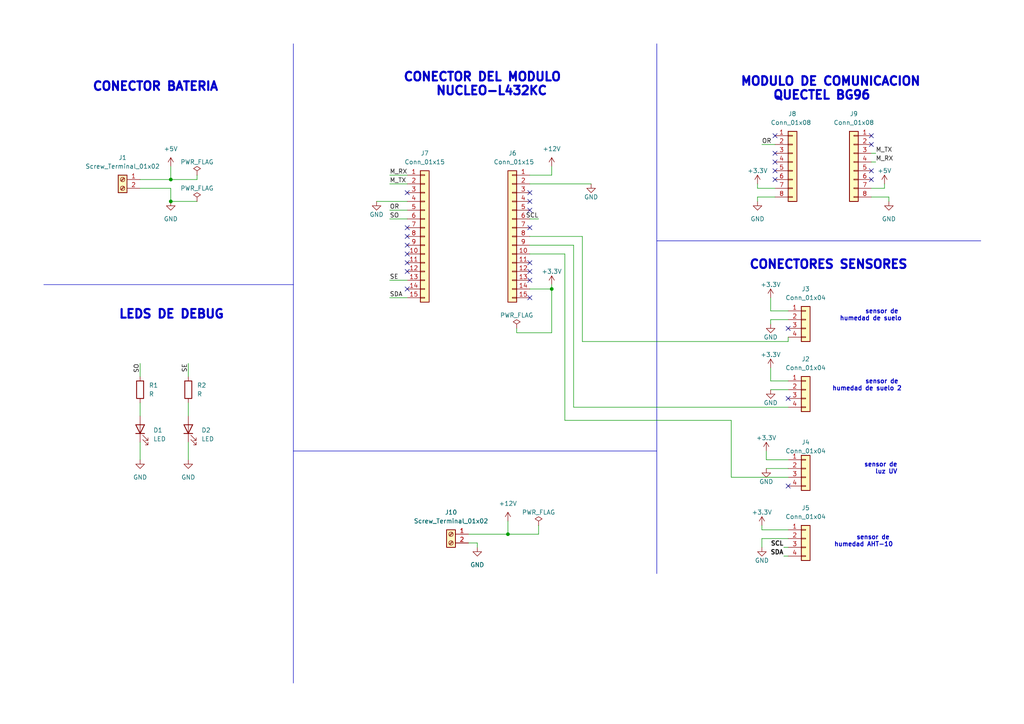
<source format=kicad_sch>
(kicad_sch (version 20230121) (generator eeschema)
  (paper "A4")
  (title_block (title "BOARD_PF_CESE") (date "2023-02-10") (comment 1 "Repositorio: https://github.com/mario739/Hardware_PF_CESE") (comment 2 "Revision:") (comment 3 "Autor:Ing. Mario Fernando Aguilar Montoya"))
  (lib_symbols
    (symbol "Connector:Screw_Terminal_01x02" (pin_names (offset 1.016) hide)
      (property "Reference" "J" (at 0 2.54 0))
      (property "Value" "Screw_Terminal_01x02" (at 0 -5.08 0))
      (symbol "Screw_Terminal_01x02_1_1"
        (rectangle (start -1.27 1.27) (end 1.27 -3.81) (stroke (width 0.254)) (fill (type background)))
        (circle (center 0 -2.54) (radius 0.635) (stroke (width 0.1524)))
        (polyline (pts (xy -0.5334 -2.2098) (xy 0.3302 -3.048)) (stroke (width 0.1524)))
        (polyline (pts (xy -0.5334 0.3302) (xy 0.3302 -0.508)) (stroke (width 0.1524)))
        (polyline (pts (xy -0.3556 -2.032) (xy 0.508 -2.8702)) (stroke (width 0.1524)))
        (polyline (pts (xy -0.3556 0.508) (xy 0.508 -0.3302)) (stroke (width 0.1524)))
        (circle (center 0 0) (radius 0.635) (stroke (width 0.1524)))
        (pin passive line (at -5.08 0 0) (length 3.81) (name "Pin_1") (number "1"))
        (pin passive line (at -5.08 -2.54 0) (length 3.81) (name "Pin_2") (number "2"))
      )
    )
    (symbol "Connector_Generic:Conn_01x04" (pin_names (offset 1.016) hide)
      (property "Reference" "J" (at 0 5.08 0))
      (property "Value" "Conn_01x04" (at 0 -7.62 0))
      (symbol "Conn_01x04_1_1"
        (rectangle (start -1.27 -4.953) (end 0 -5.207) (stroke (width 0.1524)))
        (rectangle (start -1.27 -2.413) (end 0 -2.667) (stroke (width 0.1524)))
        (rectangle (start -1.27 0.127) (end 0 -0.127) (stroke (width 0.1524)))
        (rectangle (start -1.27 2.667) (end 0 2.413) (stroke (width 0.1524)))
        (rectangle (start -1.27 3.81) (end 1.27 -6.35) (stroke (width 0.254)) (fill (type background)))
        (pin passive line (at -5.08 2.54 0) (length 3.81) (name "Pin_1") (number "1"))
        (pin passive line (at -5.08 0 0) (length 3.81) (name "Pin_2") (number "2"))
        (pin passive line (at -5.08 -2.54 0) (length 3.81) (name "Pin_3") (number "3"))
        (pin passive line (at -5.08 -5.08 0) (length 3.81) (name "Pin_4") (number "4"))
      )
    )
    (symbol "Connector_Generic:Conn_01x08" (pin_names (offset 1.016) hide)
      (property "Reference" "J" (at 0 10.16 0))
      (property "Value" "Conn_01x08" (at 0 -12.7 0))
      (symbol "Conn_01x08_1_1"
        (rectangle (start -1.27 -10.033) (end 0 -10.287) (stroke (width 0.1524)))
        (rectangle (start -1.27 -7.493) (end 0 -7.747) (stroke (width 0.1524)))
        (rectangle (start -1.27 -4.953) (end 0 -5.207) (stroke (width 0.1524)))
        (rectangle (start -1.27 -2.413) (end 0 -2.667) (stroke (width 0.1524)))
        (rectangle (start -1.27 0.127) (end 0 -0.127) (stroke (width 0.1524)))
        (rectangle (start -1.27 2.667) (end 0 2.413) (stroke (width 0.1524)))
        (rectangle (start -1.27 5.207) (end 0 4.953) (stroke (width 0.1524)))
        (rectangle (start -1.27 7.747) (end 0 7.493) (stroke (width 0.1524)))
        (rectangle (start -1.27 8.89) (end 1.27 -11.43) (stroke (width 0.254)) (fill (type background)))
        (pin passive line (at -5.08 7.62 0) (length 3.81) (name "Pin_1") (number "1"))
        (pin passive line (at -5.08 5.08 0) (length 3.81) (name "Pin_2") (number "2"))
        (pin passive line (at -5.08 2.54 0) (length 3.81) (name "Pin_3") (number "3"))
        (pin passive line (at -5.08 0 0) (length 3.81) (name "Pin_4") (number "4"))
        (pin passive line (at -5.08 -2.54 0) (length 3.81) (name "Pin_5") (number "5"))
        (pin passive line (at -5.08 -5.08 0) (length 3.81) (name "Pin_6") (number "6"))
        (pin passive line (at -5.08 -7.62 0) (length 3.81) (name "Pin_7") (number "7"))
        (pin passive line (at -5.08 -10.16 0) (length 3.81) (name "Pin_8") (number "8"))
      )
    )
    (symbol "Connector_Generic:Conn_01x15" (pin_names (offset 1.016) hide)
      (property "Reference" "J" (at 0 20.32 0))
      (property "Value" "Conn_01x15" (at 0 -20.32 0))
      (symbol "Conn_01x15_1_1"
        (rectangle (start -1.27 -17.653) (end 0 -17.907) (stroke (width 0.1524)))
        (rectangle (start -1.27 -15.113) (end 0 -15.367) (stroke (width 0.1524)))
        (rectangle (start -1.27 -12.573) (end 0 -12.827) (stroke (width 0.1524)))
        (rectangle (start -1.27 -10.033) (end 0 -10.287) (stroke (width 0.1524)))
        (rectangle (start -1.27 -7.493) (end 0 -7.747) (stroke (width 0.1524)))
        (rectangle (start -1.27 -4.953) (end 0 -5.207) (stroke (width 0.1524)))
        (rectangle (start -1.27 -2.413) (end 0 -2.667) (stroke (width 0.1524)))
        (rectangle (start -1.27 0.127) (end 0 -0.127) (stroke (width 0.1524)))
        (rectangle (start -1.27 2.667) (end 0 2.413) (stroke (width 0.1524)))
        (rectangle (start -1.27 5.207) (end 0 4.953) (stroke (width 0.1524)))
        (rectangle (start -1.27 7.747) (end 0 7.493) (stroke (width 0.1524)))
        (rectangle (start -1.27 10.287) (end 0 10.033) (stroke (width 0.1524)))
        (rectangle (start -1.27 12.827) (end 0 12.573) (stroke (width 0.1524)))
        (rectangle (start -1.27 15.367) (end 0 15.113) (stroke (width 0.1524)))
        (rectangle (start -1.27 17.907) (end 0 17.653) (stroke (width 0.1524)))
        (rectangle (start -1.27 19.05) (end 1.27 -19.05) (stroke (width 0.254)) (fill (type background)))
        (pin passive line (at -5.08 17.78 0) (length 3.81) (name "Pin_1") (number "1"))
        (pin passive line (at -5.08 -5.08 0) (length 3.81) (name "Pin_10") (number "10"))
        (pin passive line (at -5.08 -7.62 0) (length 3.81) (name "Pin_11") (number "11"))
        (pin passive line (at -5.08 -10.16 0) (length 3.81) (name "Pin_12") (number "12"))
        (pin passive line (at -5.08 -12.7 0) (length 3.81) (name "Pin_13") (number "13"))
        (pin passive line (at -5.08 -15.24 0) (length 3.81) (name "Pin_14") (number "14"))
        (pin passive line (at -5.08 -17.78 0) (length 3.81) (name "Pin_15") (number "15"))
        (pin passive line (at -5.08 15.24 0) (length 3.81) (name "Pin_2") (number "2"))
        (pin passive line (at -5.08 12.7 0) (length 3.81) (name "Pin_3") (number "3"))
        (pin passive line (at -5.08 10.16 0) (length 3.81) (name "Pin_4") (number "4"))
        (pin passive line (at -5.08 7.62 0) (length 3.81) (name "Pin_5") (number "5"))
        (pin passive line (at -5.08 5.08 0) (length 3.81) (name "Pin_6") (number "6"))
        (pin passive line (at -5.08 2.54 0) (length 3.81) (name "Pin_7") (number "7"))
        (pin passive line (at -5.08 0 0) (length 3.81) (name "Pin_8") (number "8"))
        (pin passive line (at -5.08 -2.54 0) (length 3.81) (name "Pin_9") (number "9"))
      )
    )
    (symbol "Device:LED" (pin_numbers hide) (pin_names (offset 1.016) hide)
      (property "Reference" "D" (at 0 2.54 0))
      (property "Value" "LED" (at 0 -2.54 0))
      (symbol "LED_0_1"
        (polyline (pts (xy -1.27 -1.27) (xy -1.27 1.27)) (stroke (width 0.254)))
        (polyline (pts (xy -1.27 0) (xy 1.27 0)))
        (polyline (pts (xy 1.27 -1.27) (xy 1.27 1.27) (xy -1.27 0) (xy 1.27 -1.27)) (stroke (width 0.254)))
        (polyline (pts (xy -3.048 -0.762) (xy -4.572 -2.286) (xy -3.81 -2.286) (xy -4.572 -2.286) (xy -4.572 -1.524)))
        (polyline (pts (xy -1.778 -0.762) (xy -3.302 -2.286) (xy -2.54 -2.286) (xy -3.302 -2.286) (xy -3.302 -1.524)))
      )
      (symbol "LED_1_1"
        (pin passive line (at -3.81 0 0) (length 2.54) (name "K") (number "1"))
        (pin passive line (at 3.81 0 180) (length 2.54) (name "A") (number "2"))
      )
    )
    (symbol "Device:R" (pin_numbers hide) (pin_names (offset 0))
      (property "Reference" "R" (at 2.032 0 90))
      (property "Value" "R" (at 0 0 90))
      (symbol "R_0_1"
        (rectangle (start -1.016 -2.54) (end 1.016 2.54) (stroke (width 0.254)))
      )
      (symbol "R_1_1"
        (pin passive line (at 0 3.81 270) (length 1.27) (name "~") (number "1"))
        (pin passive line (at 0 -3.81 90) (length 1.27) (name "~") (number "2"))
      )
    )
    (symbol "power:+12V" (power) (pin_names (offset 0))
      (property "Value" "+12V" (at 0 3.556 0))
      (symbol "+12V_0_1"
        (polyline (pts (xy -0.762 1.27) (xy 0 2.54)))
        (polyline (pts (xy 0 0) (xy 0 2.54)))
        (polyline (pts (xy 0 2.54) (xy 0.762 1.27)))
      )
      (symbol "+12V_1_1"
        (pin power_in line (at 0 0 90) (length 0) hide (name "+12V") (number "1"))
      )
    )
    (symbol "power:+3.3V" (power) (pin_names (offset 0))
      (property "Value" "+3.3V" (at 0 3.556 0))
      (symbol "+3.3V_0_1"
        (polyline (pts (xy -0.762 1.27) (xy 0 2.54)))
        (polyline (pts (xy 0 0) (xy 0 2.54)))
        (polyline (pts (xy 0 2.54) (xy 0.762 1.27)))
      )
      (symbol "+3.3V_1_1"
        (pin power_in line (at 0 0 90) (length 0) hide (name "+3.3V") (number "1"))
      )
    )
    (symbol "power:+5V" (power) (pin_names (offset 0))
      (property "Value" "+5V" (at 0 3.556 0))
      (symbol "+5V_0_1"
        (polyline (pts (xy -0.762 1.27) (xy 0 2.54)))
        (polyline (pts (xy 0 0) (xy 0 2.54)))
        (polyline (pts (xy 0 2.54) (xy 0.762 1.27)))
      )
      (symbol "+5V_1_1"
        (pin power_in line (at 0 0 90) (length 0) hide (name "+5V") (number "1"))
      )
    )
    (symbol "power:GND" (power) (pin_names (offset 0))
      (property "Value" "GND" (at 0 -3.81 0))
      (symbol "GND_0_1"
        (polyline (pts (xy 0 0) (xy 0 -1.27) (xy 1.27 -1.27) (xy 0 -2.54) (xy -1.27 -1.27) (xy 0 -1.27)))
      )
      (symbol "GND_1_1"
        (pin power_in line (at 0 0 270) (length 0) hide (name "GND") (number "1"))
      )
    )
    (symbol "power:PWR_FLAG" (power) (pin_numbers hide) (pin_names (offset 0) hide)
      (property "Value" "PWR_FLAG" (at 0 3.81 0))
      (symbol "PWR_FLAG_0_0"
        (pin power_out line (at 0 0 90) (length 0) (name "pwr") (number "1"))
      )
      (symbol "PWR_FLAG_0_1"
        (polyline (pts (xy 0 0) (xy 0 1.27) (xy -1.016 1.905) (xy 0 2.54) (xy 1.016 1.905) (xy 0 1.27)))
      )
    )
  )
  (junction (at 160.02 83.82))
  (junction (at 147.32 154.94))
  (junction (at 49.53 52.07))
  (junction (at 49.53 58.42))
  (no_connect (at 252.73 49.53))
  (no_connect (at 228.6 95.25))
  (no_connect (at 228.6 115.57))
  (no_connect (at 153.67 76.2))
  (no_connect (at 252.73 41.91))
  (no_connect (at 153.67 78.74))
  (no_connect (at 118.11 83.82))
  (no_connect (at 252.73 39.37))
  (no_connect (at 153.67 66.04))
  (no_connect (at 153.67 81.28))
  (no_connect (at 118.11 76.2))
  (no_connect (at 118.11 68.58))
  (no_connect (at 228.6 140.97))
  (no_connect (at 252.73 52.07))
  (no_connect (at 224.79 49.53))
  (no_connect (at 224.79 46.99))
  (no_connect (at 153.67 86.36))
  (no_connect (at 118.11 73.66))
  (no_connect (at 118.11 78.74))
  (no_connect (at 224.79 39.37))
  (no_connect (at 118.11 55.88))
  (no_connect (at 153.67 58.42))
  (no_connect (at 224.79 52.07))
  (no_connect (at 153.67 60.96))
  (no_connect (at 153.67 55.88))
  (no_connect (at 224.79 44.45))
  (no_connect (at 118.11 66.04))
  (no_connect (at 118.11 71.12))
  (wire (pts (xy 113.03 86.36) (xy 118.11 86.36)))
  (polyline (pts (xy 190.5 69.85) (xy 190.5 166.37)))
  (wire (pts (xy 212.09 121.92) (xy 163.83 121.92)))
  (wire (pts (xy 49.53 48.26) (xy 49.53 52.07)))
  (wire (pts (xy 163.83 73.66) (xy 163.83 121.92)))
  (wire (pts (xy 113.03 60.96) (xy 118.11 60.96)))
  (wire (pts (xy 228.6 133.35) (xy 222.25 133.35)))
  (wire (pts (xy 156.21 154.94) (xy 147.32 154.94)))
  (wire (pts (xy 219.71 54.61) (xy 219.71 53.34)))
  (wire (pts (xy 153.67 50.8) (xy 160.02 50.8)))
  (polyline (pts (xy 12.7 82.55) (xy 85.09 82.55)))
  (wire (pts (xy 257.81 57.15) (xy 257.81 58.42)))
  (wire (pts (xy 222.25 133.35) (xy 222.25 130.81)))
  (wire (pts (xy 228.6 99.06) (xy 228.6 97.79)))
  (wire (pts (xy 220.98 41.91) (xy 224.79 41.91)))
  (wire (pts (xy 40.64 54.61) (xy 49.53 54.61)))
  (wire (pts (xy 135.89 157.48) (xy 138.43 157.48)))
  (wire (pts (xy 212.09 138.43) (xy 212.09 121.92)))
  (wire (pts (xy 227.33 161.29) (xy 228.6 161.29)))
  (wire (pts (xy 228.6 118.11) (xy 166.37 118.11)))
  (wire (pts (xy 166.37 71.12) (xy 153.67 71.12)))
  (wire (pts (xy 223.52 92.71) (xy 223.52 93.98)))
  (wire (pts (xy 168.91 68.58) (xy 153.67 68.58)))
  (wire (pts (xy 254 44.45) (xy 252.73 44.45)))
  (polyline (pts (xy 190.5 69.85) (xy 284.48 69.85)))
  (wire (pts (xy 163.83 73.66) (xy 153.67 73.66)))
  (wire (pts (xy 168.91 99.06) (xy 168.91 68.58)))
  (wire (pts (xy 49.53 54.61) (xy 49.53 58.42)))
  (wire (pts (xy 57.15 52.07) (xy 49.53 52.07)))
  (wire (pts (xy 54.61 128.27) (xy 54.61 133.35)))
  (wire (pts (xy 220.98 153.67) (xy 220.98 152.4)))
  (wire (pts (xy 160.02 50.8) (xy 160.02 48.26)))
  (wire (pts (xy 113.03 81.28) (xy 118.11 81.28)))
  (wire (pts (xy 228.6 110.49) (xy 223.52 110.49)))
  (polyline (pts (xy 85.09 82.55) (xy 85.09 198.12)))
  (wire (pts (xy 223.52 90.17) (xy 223.52 86.36)))
  (wire (pts (xy 40.64 52.07) (xy 49.53 52.07)))
  (wire (pts (xy 228.6 92.71) (xy 223.52 92.71)))
  (wire (pts (xy 171.45 53.34) (xy 153.67 53.34)))
  (wire (pts (xy 160.02 96.52) (xy 160.02 83.82)))
  (wire (pts (xy 224.79 54.61) (xy 219.71 54.61)))
  (wire (pts (xy 113.03 63.5) (xy 118.11 63.5)))
  (wire (pts (xy 228.6 99.06) (xy 168.91 99.06)))
  (wire (pts (xy 149.86 96.52) (xy 160.02 96.52)))
  (wire (pts (xy 223.52 110.49) (xy 223.52 106.68)))
  (polyline (pts (xy 85.09 12.7) (xy 85.09 82.55)))
  (wire (pts (xy 252.73 54.61) (xy 256.54 54.61)))
  (wire (pts (xy 57.15 58.42) (xy 49.53 58.42)))
  (wire (pts (xy 227.33 158.75) (xy 228.6 158.75)))
  (wire (pts (xy 138.43 157.48) (xy 138.43 158.75)))
  (wire (pts (xy 166.37 118.11) (xy 166.37 71.12)))
  (wire (pts (xy 156.21 152.4) (xy 156.21 154.94)))
  (polyline (pts (xy 190.5 12.7) (xy 190.5 69.85)))
  (polyline (pts (xy 85.09 130.81) (xy 190.5 130.81)))
  (wire (pts (xy 228.6 90.17) (xy 223.52 90.17)))
  (wire (pts (xy 219.71 57.15) (xy 219.71 58.42)))
  (wire (pts (xy 135.89 154.94) (xy 147.32 154.94)))
  (wire (pts (xy 224.79 57.15) (xy 219.71 57.15)))
  (wire (pts (xy 149.86 95.25) (xy 149.86 96.52)))
  (wire (pts (xy 228.6 153.67) (xy 220.98 153.67)))
  (wire (pts (xy 156.21 63.5) (xy 153.67 63.5)))
  (wire (pts (xy 113.03 53.34) (xy 118.11 53.34)))
  (wire (pts (xy 40.64 116.84) (xy 40.64 120.65)))
  (wire (pts (xy 147.32 154.94) (xy 147.32 151.13)))
  (wire (pts (xy 160.02 83.82) (xy 160.02 82.55)))
  (wire (pts (xy 256.54 54.61) (xy 256.54 53.34)))
  (wire (pts (xy 254 46.99) (xy 252.73 46.99)))
  (wire (pts (xy 57.15 50.8) (xy 57.15 52.07)))
  (wire (pts (xy 228.6 156.21) (xy 220.98 156.21)))
  (wire (pts (xy 40.64 128.27) (xy 40.64 133.35)))
  (wire (pts (xy 113.03 50.8) (xy 118.11 50.8)))
  (wire (pts (xy 54.61 105.41) (xy 54.61 109.22)))
  (wire (pts (xy 212.09 138.43) (xy 228.6 138.43)))
  (wire (pts (xy 252.73 57.15) (xy 257.81 57.15)))
  (wire (pts (xy 40.64 105.41) (xy 40.64 109.22)))
  (wire (pts (xy 228.6 113.03) (xy 223.52 113.03)))
  (wire (pts (xy 54.61 116.84) (xy 54.61 120.65)))
  (wire (pts (xy 228.6 135.89) (xy 222.25 135.89)))
  (wire (pts (xy 220.98 156.21) (xy 220.98 158.75)))
  (wire (pts (xy 153.67 83.82) (xy 160.02 83.82)))
  (wire (pts (xy 118.11 58.42) (xy 109.22 58.42)))
  (text "MODULO DE COMUNICACION \n	QUECTEL BG96\n" (at 214.63 29.21 0) (effects (font (size 2.5 2.5) (thickness 0.6) bold) (justify left bottom)))
  (text "sensor de \nhumedad de suelo\n\n" (at 261.62 95.25 0) (effects (font (size 1.27 1.27) (thickness 0.254) bold) (justify right bottom)))
  (text "LEDS DE DEBUG\n" (at 34.29 92.71 0) (effects (font (size 2.5 2.5) (thickness 0.6) bold) (justify left bottom)))
  (text "sensor de \nhumedad AHT-10\n" (at 259.08 158.75 0) (effects (font (size 1.27 1.27) (thickness 0.254) bold) (justify right bottom)))
  (text "sensor de\nluz UV\n\n" (at 260.35 139.7 0) (effects (font (size 1.27 1.27) (thickness 0.254) bold) (justify right bottom)))
  (text "CONECTOR BATERIA " (at 26.67 26.67 0) (effects (font (size 2.5 2.5) (thickness 0.6) bold) (justify left bottom)))
  (text "sensor de \nhumedad de suelo 2\n\n" (at 261.62 115.57 0) (effects (font (size 1.27 1.27) (thickness 0.254) bold) (justify right bottom)))
  (text "CONECTORES SENSORES\n\n " (at 217.17 86.36 0) (effects (font (size 2.5 2.5) (thickness 0.6) bold) (justify left bottom)))
  (text "CONECTOR DEL MODULO \n	NUCLEO-L432KC\n" (at 116.84 27.94 0) (effects (font (size 2.5 2.5) (thickness 0.6) bold) (justify left bottom)))
  (label "SE" (at 54.61 105.41 270))
  (label "SDA" (at 227.33 161.29 180) (effects (font bold)))
  (label "M_RX" (at 254 46.99 0))
  (label "SDA" (at 113.03 86.36 0))
  (label "M_RX" (at 113.03 50.8 0))
  (label "OR" (at 113.03 60.96 0))
  (label "OR" (at 220.98 41.91 0))
  (label "SE" (at 113.03 81.28 0))
  (label "M_TX" (at 113.03 53.34 0))
  (label "SO" (at 113.03 63.5 0))
  (label "SCL" (at 227.33 158.75 180) (effects (font bold)))
  (label "SCL" (at 156.21 63.5 180))
  (label "M_TX" (at 254 44.45 0))
  (label "SO" (at 40.64 105.41 270))
  (symbol (lib_id "Connector_Generic:Conn_01x04") (at 233.68 92.71 0) (unit 1)
    (property "Reference" "J3" (at 233.68 83.82 0))
    (property "Value" "Conn_01x04" (at 233.68 86.36 0))
    (property "Footprint" "Connector_PinSocket_2.54mm:PinSocket_1x04_P2.54mm_Vertical" (effects hide))
  )
  (symbol (lib_id "power:GND") (at 219.71 58.42 0) (unit 1)
    (property "Reference" "#PWR016" (effects hide))
    (property "Value" "GND" (at 219.71 63.5 0))
  )
  (symbol (lib_id "power:GND") (at 223.52 113.03 0) (mirror y) (unit 1)
    (property "Reference" "#PWR04" (effects hide))
    (property "Value" "GND" (at 223.52 116.84 0))
  )
  (symbol (lib_id "Connector_Generic:Conn_01x04") (at 233.68 156.21 0) (unit 1)
    (property "Reference" "J5" (at 233.68 147.32 0))
    (property "Value" "Conn_01x04" (at 233.68 149.86 0))
    (property "Footprint" "Connector_PinSocket_2.54mm:PinSocket_1x04_P2.54mm_Vertical" (effects hide))
  )
  (symbol (lib_id "power:PWR_FLAG") (at 156.21 152.4 0) (unit 1)
    (property "Reference" "#FLG03" (effects hide))
    (property "Value" "PWR_FLAG" (at 156.21 148.59 0))
  )
  (symbol (lib_id "power:GND") (at 49.53 58.42 0) (unit 1)
    (property "Reference" "#PWR02" (effects hide))
    (property "Value" "GND" (at 49.53 63.5 0))
  )
  (symbol (lib_id "power:+3.3V") (at 220.98 152.4 0) (mirror y) (unit 1)
    (property "Reference" "#PWR09" (effects hide))
    (property "Value" "+3.3V" (at 220.98 148.59 0))
  )
  (symbol (lib_id "power:PWR_FLAG") (at 57.15 50.8 0) (unit 1)
    (property "Reference" "#FLG01" (effects hide))
    (property "Value" "PWR_FLAG" (at 57.15 46.99 0))
  )
  (symbol (lib_id "Connector_Generic:Conn_01x08") (at 247.65 46.99 0) (mirror y) (unit 1)
    (property "Reference" "J9" (at 247.65 33.02 0))
    (property "Value" "Conn_01x08" (at 247.65 35.56 0))
    (property "Footprint" "Connector_PinSocket_2.54mm:PinSocket_1x08_P2.54mm_Vertical" (effects hide))
  )
  (symbol (lib_id "power:PWR_FLAG") (at 149.86 95.25 0) (unit 1)
    (property "Reference" "#FLG04" (effects hide))
    (property "Value" "PWR_FLAG" (at 149.86 91.44 0))
  )
  (symbol (lib_id "Connector:Screw_Terminal_01x02") (at 35.56 52.07 0) (mirror y) (unit 1)
    (property "Reference" "J1" (at 35.56 45.72 0))
    (property "Value" "Screw_Terminal_01x02" (at 35.56 48.26 0))
    (property "Footprint" "TerminalBlock_Phoenix:TerminalBlock_Phoenix_MPT-0,5-2-2.54_1x02_P2.54mm_Horizontal" (effects hide))
  )
  (symbol (lib_id "power:GND") (at 54.61 133.35 0) (unit 1)
    (property "Reference" "#PWR019" (effects hide))
    (property "Value" "GND" (at 54.61 138.43 0))
  )
  (symbol (lib_id "Connector_Generic:Conn_01x04") (at 233.68 135.89 0) (unit 1)
    (property "Reference" "J4" (at 233.68 128.27 0))
    (property "Value" "Conn_01x04" (at 233.68 130.81 0))
    (property "Footprint" "Connector_PinSocket_2.54mm:PinSocket_1x04_P2.54mm_Vertical" (effects hide))
  )
  (symbol (lib_id "power:GND") (at 40.64 133.35 0) (unit 1)
    (property "Reference" "#PWR017" (effects hide))
    (property "Value" "GND" (at 40.64 138.43 0))
  )
  (symbol (lib_id "power:GND") (at 138.43 158.75 0) (unit 1)
    (property "Reference" "#PWR022" (effects hide))
    (property "Value" "GND" (at 138.43 163.83 0))
  )
  (symbol (lib_id "Connector:Screw_Terminal_01x02") (at 130.81 154.94 0) (mirror y) (unit 1)
    (property "Reference" "J10" (at 130.81 148.59 0))
    (property "Value" "Screw_Terminal_01x02" (at 130.81 151.13 0))
    (property "Footprint" "TerminalBlock_Phoenix:TerminalBlock_Phoenix_MPT-0,5-2-2.54_1x02_P2.54mm_Horizontal" (effects hide))
  )
  (symbol (lib_id "power:GND") (at 220.98 158.75 0) (mirror y) (unit 1)
    (property "Reference" "#PWR010" (effects hide))
    (property "Value" "GND" (at 220.98 162.56 0))
  )
  (symbol (lib_id "power:GND") (at 222.25 135.89 0) (mirror y) (unit 1)
    (property "Reference" "#PWR08" (effects hide))
    (property "Value" "GND" (at 222.25 139.7 0))
  )
  (symbol (lib_id "power:+3.3V") (at 160.02 82.55 0) (mirror y) (unit 1)
    (property "Reference" "#PWR013" (effects hide))
    (property "Value" "+3.3V" (at 160.02 78.74 0))
  )
  (symbol (lib_id "power:GND") (at 257.81 58.42 0) (unit 1)
    (property "Reference" "#PWR020" (effects hide))
    (property "Value" "GND" (at 257.81 63.5 0))
  )
  (symbol (lib_id "Connector_Generic:Conn_01x15") (at 148.59 68.58 0) (mirror y) (unit 1)
    (property "Reference" "J6" (at 149.86 44.45 0) (effects (justify left)))
    (property "Value" "Conn_01x15" (at 154.94 46.99 0) (effects (justify left)))
    (property "Footprint" "Connector_PinSocket_2.54mm:PinSocket_1x15_P2.54mm_Vertical" (effects hide))
  )
  (symbol (lib_id "Connector_Generic:Conn_01x08") (at 229.87 46.99 0) (unit 1)
    (property "Reference" "J8" (at 228.6 33.02 0) (effects (justify left)))
    (property "Value" "Conn_01x08" (at 223.52 35.56 0) (effects (justify left)))
    (property "Footprint" "Connector_PinSocket_2.54mm:PinSocket_1x08_P2.54mm_Vertical" (effects hide))
  )
  (symbol (lib_id "power:+12V") (at 160.02 48.26 0) (unit 1)
    (property "Reference" "#PWR018" (effects hide))
    (property "Value" "+12V" (at 160.02 43.18 0))
  )
  (symbol (lib_id "power:GND") (at 171.45 53.34 0) (mirror y) (unit 1)
    (property "Reference" "#PWR011" (effects hide))
    (property "Value" "GND" (at 171.45 57.15 0))
  )
  (symbol (lib_id "power:+3.3V") (at 219.71 53.34 0) (unit 1)
    (property "Reference" "#PWR015" (effects hide))
    (property "Value" "+3.3V" (at 219.71 49.53 0))
  )
  (symbol (lib_id "Connector_Generic:Conn_01x15") (at 123.19 68.58 0) (unit 1)
    (property "Reference" "J7" (at 123.19 44.45 0))
    (property "Value" "Conn_01x15" (at 123.19 46.99 0))
    (property "Footprint" "Connector_PinSocket_2.54mm:PinSocket_1x15_P2.54mm_Vertical" (effects hide))
  )
  (symbol (lib_id "Device:LED") (at 40.64 124.46 90) (unit 1)
    (property "Reference" "D1" (at 44.45 124.7774 90) (effects (justify right)))
    (property "Value" "LED" (at 44.45 127.3174 90) (effects (justify right)))
    (property "Footprint" "LED_THT:LED_D3.0mm" (effects hide))
  )
  (symbol (lib_id "power:GND") (at 109.22 58.42 0) (mirror y) (unit 1)
    (property "Reference" "#PWR014" (effects hide))
    (property "Value" "GND" (at 109.22 62.23 0))
  )
  (symbol (lib_id "Device:R") (at 40.64 113.03 0) (unit 1)
    (property "Reference" "R1" (at 43.18 111.7599 0) (effects (justify left)))
    (property "Value" "R" (at 43.18 114.2999 0) (effects (justify left)))
    (property "Footprint" "Resistor_THT:R_Axial_DIN0207_L6.3mm_D2.5mm_P10.16mm_Horizontal" (effects hide))
  )
  (symbol (lib_id "power:+5V") (at 49.53 48.26 0) (unit 1)
    (property "Reference" "#PWR01" (effects hide))
    (property "Value" "+5V" (at 49.53 43.18 0))
  )
  (symbol (lib_id "Device:LED") (at 54.61 124.46 90) (unit 1)
    (property "Reference" "D2" (at 58.42 124.7774 90) (effects (justify right)))
    (property "Value" "LED" (at 58.42 127.3174 90) (effects (justify right)))
    (property "Footprint" "LED_THT:LED_D3.0mm" (effects hide))
  )
  (symbol (lib_id "power:+3.3V") (at 222.25 130.81 0) (mirror y) (unit 1)
    (property "Reference" "#PWR07" (effects hide))
    (property "Value" "+3.3V" (at 222.25 127 0))
  )
  (symbol (lib_id "power:+3.3V") (at 223.52 106.68 0) (mirror y) (unit 1)
    (property "Reference" "#PWR03" (effects hide))
    (property "Value" "+3.3V" (at 223.52 102.87 0))
  )
  (symbol (lib_id "power:PWR_FLAG") (at 57.15 58.42 0) (unit 1)
    (property "Reference" "#FLG02" (effects hide))
    (property "Value" "PWR_FLAG" (at 57.15 54.61 0))
  )
  (symbol (lib_id "Connector_Generic:Conn_01x04") (at 233.68 113.03 0) (unit 1)
    (property "Reference" "J2" (at 233.68 104.14 0))
    (property "Value" "Conn_01x04" (at 233.68 106.68 0))
    (property "Footprint" "Connector_PinSocket_2.54mm:PinSocket_1x04_P2.54mm_Vertical" (effects hide))
  )
  (symbol (lib_id "Device:R") (at 54.61 113.03 0) (unit 1)
    (property "Reference" "R2" (at 57.15 111.7599 0) (effects (justify left)))
    (property "Value" "R" (at 57.15 114.2999 0) (effects (justify left)))
    (property "Footprint" "Resistor_THT:R_Axial_DIN0207_L6.3mm_D2.5mm_P10.16mm_Horizontal" (effects hide))
  )
  (symbol (lib_id "power:+3.3V") (at 223.52 86.36 0) (mirror y) (unit 1)
    (property "Reference" "#PWR05" (effects hide))
    (property "Value" "+3.3V" (at 223.52 82.55 0))
  )
  (symbol (lib_id "power:+12V") (at 147.32 151.13 0) (unit 1)
    (property "Reference" "#PWR021" (effects hide))
    (property "Value" "+12V" (at 147.32 146.05 0))
  )
  (symbol (lib_id "power:+5V") (at 256.54 53.34 0) (unit 1)
    (property "Reference" "#PWR012" (effects hide))
    (property "Value" "+5V" (at 256.54 49.53 0))
  )
  (symbol (lib_id "power:GND") (at 223.52 93.98 0) (mirror y) (unit 1)
    (property "Reference" "#PWR06" (effects hide))
    (property "Value" "GND" (at 223.52 97.79 0))
  )
)
</source>
